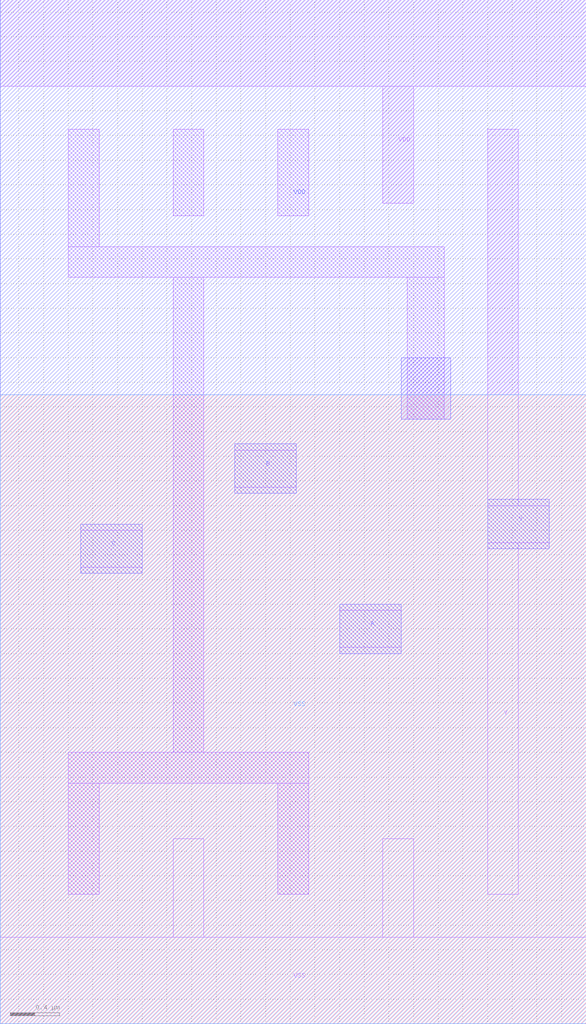
<source format=lef>
VERSION 5.7 ;
  NOWIREEXTENSIONATPIN ON ;
  DIVIDERCHAR "/" ;
  BUSBITCHARS "[]" ;
MACRO gf180mcu_osu_sc_gp12t3v3__or3_1
  CLASS BLOCK ;
  FOREIGN gf180mcu_osu_sc_gp12t3v3__or3_1 ;
  ORIGIN -6.850 0.000 ;
  SIZE 4.750 BY 8.300 ;
  PIN A
    ANTENNAGATEAREA 0.765000 ;
    PORT
      LAYER Metal1 ;
        RECT 9.600 3.050 10.100 3.350 ;
      LAYER Metal2 ;
        RECT 9.600 3.000 10.100 3.400 ;
    END
  END A
  PIN B
    ANTENNAGATEAREA 0.765000 ;
    PORT
      LAYER Metal1 ;
        RECT 8.750 4.350 9.250 4.650 ;
      LAYER Metal2 ;
        RECT 8.750 4.300 9.250 4.700 ;
    END
  END B
  PIN C
    ANTENNAGATEAREA 0.765000 ;
    PORT
      LAYER Metal1 ;
        RECT 7.500 3.700 8.000 4.000 ;
      LAYER Metal2 ;
        RECT 7.500 3.650 8.000 4.050 ;
    END
  END C
  PIN Y
    ANTENNADIFFAREA 1.275000 ;
    PORT
      LAYER Metal1 ;
        RECT 10.800 4.200 11.050 7.250 ;
        RECT 10.800 3.900 11.300 4.200 ;
        RECT 10.800 1.050 11.050 3.900 ;
      LAYER Metal2 ;
        RECT 10.800 3.850 11.300 4.250 ;
    END
  END Y
  PIN VDD
    USE POWER ;
    PORT
      LAYER Nwell ;
        RECT 6.850 5.100 11.600 8.300 ;
      LAYER Metal1 ;
        RECT 6.850 7.600 11.600 8.300 ;
        RECT 9.950 6.650 10.200 7.600 ;
    END
  END VDD
  PIN VSS
    USE GROUND ;
    PORT
      LAYER Pwell ;
        RECT 6.850 0.000 11.600 5.100 ;
      LAYER Metal1 ;
        RECT 8.250 0.700 8.500 1.500 ;
        RECT 9.950 0.700 10.200 1.500 ;
        RECT 6.850 0.000 11.600 0.700 ;
    END
  END VSS
  OBS
      LAYER Metal1 ;
        RECT 7.400 6.300 7.650 7.250 ;
        RECT 8.250 6.550 8.500 7.250 ;
        RECT 9.100 6.550 9.350 7.250 ;
        RECT 7.400 6.050 10.450 6.300 ;
        RECT 8.250 2.200 8.500 6.050 ;
        RECT 10.150 4.900 10.450 6.050 ;
        RECT 7.400 1.950 9.350 2.200 ;
        RECT 7.400 1.050 7.650 1.950 ;
        RECT 9.100 1.050 9.350 1.950 ;
      LAYER Metal2 ;
        RECT 10.100 4.900 10.500 5.400 ;
  END
END gf180mcu_osu_sc_gp12t3v3__or3_1
END LIBRARY


</source>
